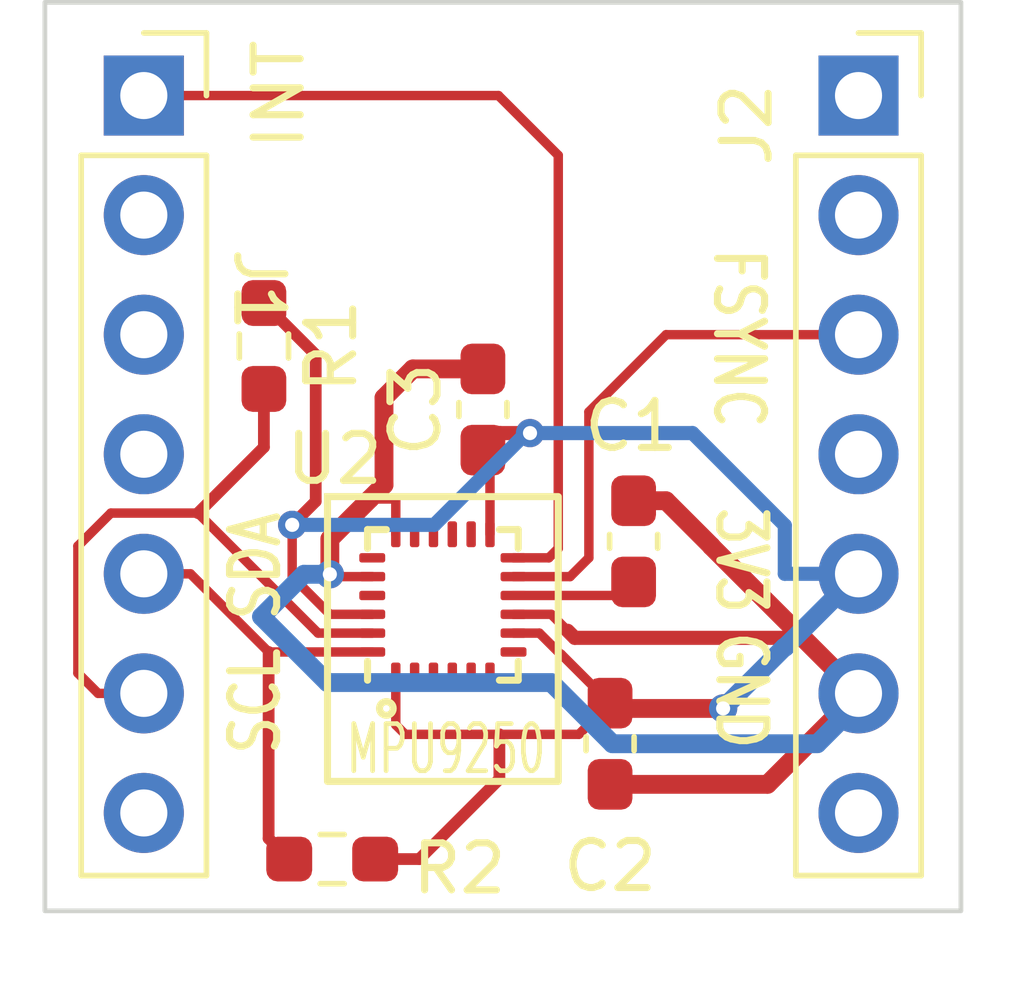
<source format=kicad_pcb>
(kicad_pcb (version 20221018) (generator pcbnew)
  (layers (0 "F.Cu" signal) (31 "B.Cu" signal) (34 "B.Paste" user) (35 "F.Paste" user) (36 "B.SilkS" user "B.Silkscreen") (37 "F.SilkS" user "F.Silkscreen") (38 "B.Mask" user) (39 "F.Mask" user) (44 "Edge.Cuts" user))
  (net 0 "")
  (net 1 "/FSYNC")
  (net 2 "/INT")
  (net 3 "/3V3")
  (net 5 "/SDA")
  (net 6 "/SCL")
  (net 7 "GND")
  (net 9 "Net-(U2-REGOUT)")
  (footprint "Connector_PinSocket_2.54mm:PinSocket_1x07_P2.54mm_Vertical" (layer "F.Cu") (at 143.075 60.13)
    (fp_text reference "J2" (at -2.375 0.62 90) (layer "F.SilkS"))
    (fp_text value "Pins8_14")
    (fp_line (start -1.33 1.27) (end -1.33 16.57) (stroke (width 0.12)) (layer "F.SilkS"))
    (fp_line (start -1.33 1.27) (end 1.33 1.27) (stroke (width 0.12)) (layer "F.SilkS"))
    (fp_line (start -1.33 16.57) (end 1.33 16.57) (stroke (width 0.12)) (layer "F.SilkS"))
    (fp_line (start 0 -1.33) (end 1.33 -1.33) (stroke (width 0.12)) (layer "F.SilkS"))
    (fp_line (start 1.33 -1.33) (end 1.33 0) (stroke (width 0.12)) (layer "F.SilkS"))
    (fp_line (start 1.33 1.27) (end 1.33 16.57) (stroke (width 0.12)) (layer "F.SilkS"))
    (pad "1" thru_hole rect (at 0 0) (size 1.7 1.7) (drill 1) (layers "*.Cu" "*.Mask"))
    (pad "2" thru_hole oval (at 0 2.54) (size 1.7 1.7) (drill 1) (layers "*.Cu" "*.Mask"))
    (pad "3" thru_hole oval (at 0 5.08) (size 1.7 1.7) (drill 1) (layers "*.Cu" "*.Mask") (net 1 "/FSYNC"))
    (pad "4" thru_hole oval (at 0 7.62) (size 1.7 1.7) (drill 1) (layers "*.Cu" "*.Mask"))
    (pad "5" thru_hole oval (at 0 10.16) (size 1.7 1.7) (drill 1) (layers "*.Cu" "*.Mask") (net 3 "/3V3"))
    (pad "6" thru_hole oval (at 0 12.7) (size 1.7 1.7) (drill 1) (layers "*.Cu" "*.Mask") (net 7 "GND"))
    (pad "7" thru_hole oval (at 0 15.24) (size 1.7 1.7) (drill 1) (layers "*.Cu" "*.Mask"))
  )
  (footprint "Capacitor_SMD:C_0603_1608Metric_Pad1.08x0.95mm_HandSolder" (layer "F.Cu") (at 137.8 73.9 -90)
    (fp_text reference "C2" (at 2.6 0 -180) (layer "F.SilkS"))
    (fp_text value "10nF")
    (fp_line (start -0.146267 -0.51) (end 0.146267 -0.51) (stroke (width 0.12)) (layer "F.SilkS"))
    (fp_line (start -0.146267 0.51) (end 0.146267 0.51) (stroke (width 0.12)) (layer "F.SilkS"))
    (pad "1" smd roundrect (at -0.8625 0 270) (size 1.075 0.95) (layers "F.Cu" "F.Paste" "F.Mask") (net 3 "/3V3"))
    (pad "2" smd roundrect (at 0.8625 0 270) (size 1.075 0.95) (layers "F.Cu" "F.Paste" "F.Mask") (net 7 "GND"))
  )
  (footprint "Sensor_Motion:InvenSense_QFN-24_3x3mm_P0.4mm" (layer "F.Cu") (at 134.25 70.95 90)
    (fp_text reference "U2" (at 3.1 -2.3 180) (layer "F.SilkS"))
    (fp_text value "MPU-9250")
    (fp_line (start -1.6 -1.6) (end -1.2 -1.6) (stroke (width 0.15)) (layer "F.SilkS"))
    (fp_line (start -1.6 1.6) (end -1.6 1.2) (stroke (width 0.15)) (layer "F.SilkS"))
    (fp_line (start -1.6 1.6) (end -1.2 1.6) (stroke (width 0.15)) (layer "F.SilkS"))
    (fp_line (start 1.6 -1.6) (end 1.2 -1.6) (stroke (width 0.15)) (layer "F.SilkS"))
    (fp_line (start 1.6 -1.6) (end 1.6 -1.2) (stroke (width 0.15)) (layer "F.SilkS"))
    (fp_line (start 1.6 1.6) (end 1.2 1.6) (stroke (width 0.15)) (layer "F.SilkS"))
    (fp_line (start 1.6 1.6) (end 1.6 1.2) (stroke (width 0.15)) (layer "F.SilkS"))
    (pad "1" smd roundrect (at -1.5 -1 90) (size 0.55 0.2) (layers "F.Cu" "F.Paste" "F.Mask") (net 3 "/3V3"))
    (pad "2" smd roundrect (at -1.5 -0.6 90) (size 0.55 0.2) (layers "F.Cu" "F.Paste" "F.Mask"))
    (pad "3" smd roundrect (at -1.5 -0.2 90) (size 0.55 0.2) (layers "F.Cu" "F.Paste" "F.Mask"))
    (pad "4" smd roundrect (at -1.5 0.2 90) (size 0.55 0.2) (layers "F.Cu" "F.Paste" "F.Mask"))
    (pad "5" smd roundrect (at -1.5 0.6 90) (size 0.55 0.2) (layers "F.Cu" "F.Paste" "F.Mask"))
    (pad "6" smd roundrect (at -1.5 1 90) (size 0.55 0.2) (layers "F.Cu" "F.Paste" "F.Mask"))
    (pad "7" smd roundrect (at -1 1.5 180) (size 0.55 0.2) (layers "F.Cu" "F.Paste" "F.Mask"))
    (pad "8" smd roundrect (at -0.6 1.5 180) (size 0.55 0.2) (layers "F.Cu" "F.Paste" "F.Mask") (net 3 "/3V3"))
    (pad "9" smd roundrect (at -0.2 1.5 180) (size 0.55 0.2) (layers "F.Cu" "F.Paste" "F.Mask") (net 7 "GND"))
    (pad "10" smd roundrect (at 0.2 1.5 180) (size 0.55 0.2) (layers "F.Cu" "F.Paste" "F.Mask") (net 9 "Net-(U2-REGOUT)"))
    (pad "11" smd roundrect (at 0.6 1.5 180) (size 0.55 0.2) (layers "F.Cu" "F.Paste" "F.Mask") (net 1 "/FSYNC"))
    (pad "12" smd roundrect (at 1 1.5 180) (size 0.55 0.2) (layers "F.Cu" "F.Paste" "F.Mask") (net 2 "/INT"))
    (pad "13" smd roundrect (at 1.5 1 90) (size 0.55 0.2) (layers "F.Cu" "F.Paste" "F.Mask") (net 3 "/3V3"))
    (pad "14" smd roundrect (at 1.5 0.6 90) (size 0.55 0.2) (layers "F.Cu" "F.Paste" "F.Mask"))
    (pad "15" smd roundrect (at 1.5 0.2 90) (size 0.55 0.2) (layers "F.Cu" "F.Paste" "F.Mask"))
    (pad "16" smd roundrect (at 1.5 -0.2 90) (size 0.55 0.2) (layers "F.Cu" "F.Paste" "F.Mask"))
    (pad "17" smd roundrect (at 1.5 -0.6 90) (size 0.55 0.2) (layers "F.Cu" "F.Paste" "F.Mask"))
    (pad "18" smd roundrect (at 1.5 -1 90) (size 0.55 0.2) (layers "F.Cu" "F.Paste" "F.Mask") (net 7 "GND"))
    (pad "19" smd roundrect (at 1 -1.5 180) (size 0.55 0.2) (layers "F.Cu" "F.Paste" "F.Mask"))
    (pad "20" smd roundrect (at 0.6 -1.5 180) (size 0.55 0.2) (layers "F.Cu" "F.Paste" "F.Mask") (net 7 "GND"))
    (pad "21" smd roundrect (at 0.2 -1.5 180) (size 0.55 0.2) (layers "F.Cu" "F.Paste" "F.Mask"))
    (pad "22" smd roundrect (at -0.2 -1.5 180) (size 0.55 0.2) (layers "F.Cu" "F.Paste" "F.Mask") (net 3 "/3V3"))
    (pad "23" smd roundrect (at -0.6 -1.5 180) (size 0.55 0.2) (layers "F.Cu" "F.Paste" "F.Mask") (net 6 "/SCL"))
    (pad "24" smd roundrect (at -1 -1.5 180) (size 0.55 0.2) (layers "F.Cu" "F.Paste" "F.Mask") (net 5 "/SDA"))
  )
  (footprint "Capacitor_SMD:C_0603_1608Metric_Pad1.08x0.95mm_HandSolder" (layer "F.Cu") (at 135.1 66.8 90)
    (fp_text reference "C3" (at 0 -1.43 90) (layer "F.SilkS"))
    (fp_text value "0.1uF")
    (fp_line (start -0.146267 -0.51) (end 0.146267 -0.51) (stroke (width 0.12)) (layer "F.SilkS"))
    (fp_line (start -0.146267 0.51) (end 0.146267 0.51) (stroke (width 0.12)) (layer "F.SilkS"))
    (pad "1" smd roundrect (at -0.8625 0 90) (size 1.075 0.95) (layers "F.Cu" "F.Paste" "F.Mask") (net 3 "/3V3"))
    (pad "2" smd roundrect (at 0.8625 0 90) (size 1.075 0.95) (layers "F.Cu" "F.Paste" "F.Mask") (net 7 "GND"))
  )
  (footprint "Resistor_SMD:R_0603_1608Metric_Pad0.98x0.95mm_HandSolder" (layer "F.Cu") (at 130.45 65.45 -90)
    (fp_text reference "R1" (at 0 -1.43 90) (layer "F.SilkS"))
    (fp_text value "4K7")
    (fp_line (start -0.254724 -0.5225) (end 0.254724 -0.5225) (stroke (width 0.12)) (layer "F.SilkS"))
    (fp_line (start -0.254724 0.5225) (end 0.254724 0.5225) (stroke (width 0.12)) (layer "F.SilkS"))
    (pad "1" smd roundrect (at -0.9125 0 270) (size 0.975 0.95) (layers "F.Cu" "F.Paste" "F.Mask") (net 3 "/3V3"))
    (pad "2" smd roundrect (at 0.9125 0 270) (size 0.975 0.95) (layers "F.Cu" "F.Paste" "F.Mask") (net 6 "/SCL"))
  )
  (footprint "Connector_PinSocket_2.54mm:PinSocket_1x07_P2.54mm_Vertical" (layer "F.Cu") (at 127.9 60.13)
    (fp_text reference "J1" (at 2.45 4.12 270 unlocked) (layer "F.SilkS"))
    (fp_text value "Pins1_7")
    (fp_line (start -1.33 1.27) (end -1.33 16.57) (stroke (width 0.12)) (layer "F.SilkS"))
    (fp_line (start -1.33 1.27) (end 1.33 1.27) (stroke (width 0.12)) (layer "F.SilkS"))
    (fp_line (start -1.33 16.57) (end 1.33 16.57) (stroke (width 0.12)) (layer "F.SilkS"))
    (fp_line (start 0 -1.33) (end 1.33 -1.33) (stroke (width 0.12)) (layer "F.SilkS"))
    (fp_line (start 1.33 -1.33) (end 1.33 0) (stroke (width 0.12)) (layer "F.SilkS"))
    (fp_line (start 1.33 1.27) (end 1.33 16.57) (stroke (width 0.12)) (layer "F.SilkS"))
    (pad "1" thru_hole rect (at 0 0) (size 1.7 1.7) (drill 1) (layers "*.Cu" "*.Mask") (net 2 "/INT"))
    (pad "2" thru_hole oval (at 0 2.54) (size 1.7 1.7) (drill 1) (layers "*.Cu" "*.Mask"))
    (pad "3" thru_hole oval (at 0 5.08) (size 1.7 1.7) (drill 1) (layers "*.Cu" "*.Mask"))
    (pad "4" thru_hole oval (at 0 7.62) (size 1.7 1.7) (drill 1) (layers "*.Cu" "*.Mask"))
    (pad "5" thru_hole oval (at 0 10.16) (size 1.7 1.7) (drill 1) (layers "*.Cu" "*.Mask") (net 5 "/SDA"))
    (pad "6" thru_hole oval (at 0 12.7) (size 1.7 1.7) (drill 1) (layers "*.Cu" "*.Mask") (net 6 "/SCL"))
    (pad "7" thru_hole oval (at 0 15.24) (size 1.7 1.7) (drill 1) (layers "*.Cu" "*.Mask"))
  )
  (footprint "Resistor_SMD:R_0603_1608Metric_Pad0.98x0.95mm_HandSolder" (layer "F.Cu") (at 131.9 76.35 180)
    (fp_text reference "R2" (at -2.7 -0.2) (layer "F.SilkS"))
    (fp_text value "4K7")
    (fp_line (start -0.254724 -0.5225) (end 0.254724 -0.5225) (stroke (width 0.12)) (layer "F.SilkS"))
    (fp_line (start -0.254724 0.5225) (end 0.254724 0.5225) (stroke (width 0.12)) (layer "F.SilkS"))
    (pad "1" smd roundrect (at -0.9125 0 180) (size 0.975 0.95) (layers "F.Cu" "F.Paste" "F.Mask") (net 3 "/3V3"))
    (pad "2" smd roundrect (at 0.9125 0 180) (size 0.975 0.95) (layers "F.Cu" "F.Paste" "F.Mask") (net 5 "/SDA"))
  )
  (footprint "Capacitor_SMD:C_0603_1608Metric_Pad1.08x0.95mm_HandSolder" (layer "F.Cu") (at 138.3 69.6 90)
    (fp_text reference "C1" (at 2.45 -0.05 180) (layer "F.SilkS"))
    (fp_text value "0.1uF")
    (fp_line (start -0.146267 -0.51) (end 0.146267 -0.51) (stroke (width 0.12)) (layer "F.SilkS"))
    (fp_line (start -0.146267 0.51) (end 0.146267 0.51) (stroke (width 0.12)) (layer "F.SilkS"))
    (pad "1" smd roundrect (at -0.8625 0 90) (size 1.075 0.95) (layers "F.Cu" "F.Paste" "F.Mask") (net 9 "Net-(U2-REGOUT)"))
    (pad "2" smd roundrect (at 0.8625 0 90) (size 1.075 0.95) (layers "F.Cu" "F.Paste" "F.Mask") (net 7 "GND"))
  )
  (gr_circle (center 133.05 73.15) (end 133.1 73.2) (stroke (width 0.15)) (fill none) (layer "F.SilkS"))
  (gr_rect (start 131.8 68.65) (end 136.7 74.7) (stroke (width 0.15)) (fill none) (layer "F.SilkS"))
  (gr_rect (start 125.8 58.15) (end 145.25 77.45) (stroke (width 0.1)) (fill none) (layer "Edge.Cuts"))
  (gr_text "FSYNC" (at 139.95 63.3 270) (layer "F.SilkS") (effects (font (size 1 0.8)) (justify left bottom)))
  (gr_text "SCL" (at 130.85 74.2 90) (layer "F.SilkS") (effects (font (size 1 0.8)) (justify left bottom)))
  (gr_text "GND" (at 140 71.45 270) (layer "F.SilkS") (effects (font (size 1 0.8)) (justify left bottom)))
  (gr_text "SDA" (at 130.85 71.35 90) (layer "F.SilkS") (effects (font (size 1 0.8)) (justify left bottom)))
  (gr_text "MPU9250" (at 132.15 74.6) (layer "F.SilkS") (effects (font (size 1 0.6) (thickness 0.1) bold) (justify left bottom)))
  (gr_text "3V3" (at 140 68.8 270) (layer "F.SilkS") (effects (font (size 1 0.8)) (justify left bottom)))
  (gr_text "INT" (at 131.35 61.35 90) (layer "F.SilkS") (effects (font (size 1 1)) (justify left bottom)))
  (segment (start 138.99 65.21) (end 143.075 65.21) (width 0.2) (layer "F.Cu") (net 1))
  (segment (start 137.35 69.95) (end 137.35 66.85) (width 0.2) (layer "F.Cu") (net 1))
  (segment (start 135.75 70.35) (end 136.95 70.35) (width 0.2) (layer "F.Cu") (net 1))
  (segment (start 137.35 66.85) (end 138.99 65.21) (width 0.2) (layer "F.Cu") (net 1))
  (segment (start 136.95 70.35) (end 137.35 69.95) (width 0.2) (layer "F.Cu") (net 1))
  (segment (start 135.43 60.13) (end 127.9 60.13) (width 0.2) (layer "F.Cu") (net 2))
  (segment (start 136.5 69.95) (end 136.7 69.75) (width 0.2) (layer "F.Cu") (net 2))
  (segment (start 136.7 61.4) (end 135.43 60.13) (width 0.2) (layer "F.Cu") (net 2))
  (segment (start 135.75 69.95) (end 136.5 69.95) (width 0.2) (layer "F.Cu") (net 2))
  (segment (start 136.7 69.75) (end 136.7 61.4) (width 0.2) (layer "F.Cu") (net 2))
  (segment (start 130.45 64.5375) (end 131.55 65.6375) (width 0.25) (layer "F.Cu") (net 3))
  (segment (start 137.9125 73.15) (end 137.8 73.0375) (width 0.4) (layer "F.Cu") (net 3))
  (segment (start 140.2 73.15) (end 137.9125 73.15) (width 0.4) (layer "F.Cu") (net 3))
  (segment (start 137.8 73.0375) (end 137.1375 73.7) (width 0.2) (layer "F.Cu") (net 3))
  (segment (start 132.8125 76.35) (end 133.75 76.35) (width 0.25) (layer "F.Cu") (net 3))
  (segment (start 136.3 71.55) (end 136.75 72) (width 0.2) (layer "F.Cu") (net 3))
  (segment (start 136.7625 72) (end 137.8 73.0375) (width 0.2) (layer "F.Cu") (net 3))
  (segment (start 135.75 71.55) (end 136.3 71.55) (width 0.2) (layer "F.Cu") (net 3))
  (segment (start 133.25 73.5) (end 133.25 72.45) (width 0.2) (layer "F.Cu") (net 3))
  (segment (start 137.1375 73.7) (end 135.45 73.7) (width 0.2) (layer "F.Cu") (net 3))
  (segment (start 135.45 73.7) (end 133.45 73.7) (width 0.2) (layer "F.Cu") (net 3))
  (segment (start 136.1 67.3) (end 135.4625 67.3) (width 0.3) (layer "F.Cu") (net 3))
  (segment (start 133.45 73.7) (end 133.25 73.5) (width 0.2) (layer "F.Cu") (net 3))
  (segment (start 135.4625 67.3) (end 135.1 67.6625) (width 0.3) (layer "F.Cu") (net 3))
  (segment (start 131.05 70.348529) (end 131.05 69.25) (width 0.2) (layer "F.Cu") (net 3))
  (segment (start 132.75 71.15) (end 131.851471 71.15) (width 0.2) (layer "F.Cu") (net 3))
  (segment (start 135.1 67.6625) (end 135.25 67.8125) (width 0.2) (layer "F.Cu") (net 3))
  (segment (start 131.55 65.6375) (end 131.55 68.75) (width 0.25) (layer "F.Cu") (net 3))
  (segment (start 131.851471 71.15) (end 131.05 70.348529) (width 0.2) (layer "F.Cu") (net 3))
  (segment (start 136.75 72) (end 136.7625 72) (width 0.2) (layer "F.Cu") (net 3))
  (segment (start 135.45 74.65) (end 135.45 73.7) (width 0.25) (layer "F.Cu") (net 3))
  (segment (start 135.25 67.8125) (end 135.25 69.45) (width 0.2) (layer "F.Cu") (net 3))
  (segment (start 133.75 76.35) (end 135.45 74.65) (width 0.25) (layer "F.Cu") (net 3))
  (segment (start 131.55 68.75) (end 131.05 69.25) (width 0.25) (layer "F.Cu") (net 3))
  (via (at 140.2 73.15) (size 0.6) (drill 0.3) (layers "F.Cu" "B.Cu") (net 3))
  (via (at 136.1 67.3) (size 0.6) (drill 0.3) (layers "F.Cu" "B.Cu") (net 3))
  (via (at 131.05 69.25) (size 0.6) (drill 0.3) (layers "F.Cu" "B.Cu") (net 3))
  (segment (start 139.55 67.3) (end 141.51 69.26) (width 0.3) (layer "B.Cu") (net 3))
  (segment (start 136.1 67.3) (end 136.017868 67.3) (width 0.3) (layer "B.Cu") (net 3))
  (segment (start 141.51 69.26) (end 141.51 70.29) (width 0.3) (layer "B.Cu") (net 3))
  (segment (start 141.5 71.85) (end 141.515 71.85) (width 0.4) (layer "B.Cu") (net 3))
  (segment (start 134.067868 69.25) (end 131.05 69.25) (width 0.3) (layer "B.Cu") (net 3))
  (segment (start 140.2 73.15) (end 141.5 71.85) (width 0.4) (layer "B.Cu") (net 3))
  (segment (start 141.51 70.29) (end 143.075 70.29) (width 0.3) (layer "B.Cu") (net 3))
  (segment (start 141.515 71.85) (end 143.075 70.29) (width 0.4) (layer "B.Cu") (net 3))
  (segment (start 136.1 67.3) (end 139.55 67.3) (width 0.3) (layer "B.Cu") (net 3))
  (segment (start 136.017868 67.3) (end 134.067868 69.25) (width 0.3) (layer "B.Cu") (net 3))
  (segment (start 130.9875 76.35) (end 130.55 75.9125) (width 0.25) (layer "F.Cu") (net 5))
  (segment (start 128.89 70.29) (end 127.9 70.29) (width 0.2) (layer "F.Cu") (net 5))
  (segment (start 132.75 71.95) (end 130.55 71.95) (width 0.2) (layer "F.Cu") (net 5))
  (segment (start 130.55 71.95) (end 128.89 70.29) (width 0.2) (layer "F.Cu") (net 5))
  (segment (start 130.55 75.9125) (end 130.55 71.95) (width 0.25) (layer "F.Cu") (net 5))
  (segment (start 126.5 69.7) (end 127.2 69) (width 0.2) (layer "F.Cu") (net 6))
  (segment (start 130.45 67.6) (end 129.05 69) (width 0.25) (layer "F.Cu") (net 6))
  (segment (start 126.93 72.83) (end 126.5 72.4) (width 0.2) (layer "F.Cu") (net 6))
  (segment (start 126.5 72.4) (end 126.5 69.7) (width 0.2) (layer "F.Cu") (net 6))
  (segment (start 129.05 69) (end 131.6 71.55) (width 0.2) (layer "F.Cu") (net 6))
  (segment (start 131.6 71.55) (end 132.75 71.55) (width 0.2) (layer "F.Cu") (net 6))
  (segment (start 127.2 69) (end 129.05 69) (width 0.2) (layer "F.Cu") (net 6))
  (segment (start 130.45 66.3625) (end 130.45 67.6) (width 0.25) (layer "F.Cu") (net 6))
  (segment (start 127.9 72.83) (end 126.93 72.83) (width 0.2) (layer "F.Cu") (net 6))
  (segment (start 133.25 68.7) (end 133.25 69.45) (width 0.2) (layer "F.Cu") (net 7))
  (segment (start 138.9875 68.7375) (end 139.95 69.7) (width 0.4) (layer "F.Cu") (net 7))
  (segment (start 133 66.55) (end 133 68.4) (width 0.4) (layer "F.Cu") (net 7))
  (segment (start 133.6125 65.9375) (end 133 66.55) (width 0.4) (layer "F.Cu") (net 7))
  (segment (start 135.1 65.9375) (end 133.6125 65.9375) (width 0.4) (layer "F.Cu") (net 7))
  (segment (start 141.1425 74.7625) (end 137.8 74.7625) (width 0.4) (layer "F.Cu") (net 7))
  (segment (start 136.9 71.5) (end 136.55 71.15) (width 0.2) (layer "F.Cu") (net 7))
  (segment (start 139.95 69.705) (end 143.075 72.83) (width 0.4) (layer "F.Cu") (net 7))
  (segment (start 131.85 70.3) (end 131.85 69.55) (width 0.4) (layer "F.Cu") (net 7))
  (segment (start 136.55 71.15) (end 135.75 71.15) (width 0.2) (layer "F.Cu") (net 7))
  (segment (start 131.9 70.35) (end 132.75 70.35) (width 0.2) (layer "F.Cu") (net 7))
  (segment (start 139.95 69.7) (end 139.95 69.705) (width 0.4) (layer "F.Cu") (net 7))
  (segment (start 133 68.4) (end 132.7 68.7) (width 0.4) (layer "F.Cu") (net 7))
  (segment (start 131.85 69.55) (end 132.7 68.7) (width 0.4) (layer "F.Cu") (net 7))
  (segment (start 137.05 71.65) (end 141.85 71.65) (width 0.3) (layer "F.Cu") (net 7))
  (segment (start 141.85 71.65) (end 141.8725 71.6275) (width 0.3) (layer "F.Cu") (net 7))
  (segment (start 143.075 72.83) (end 141.1425 74.7625) (width 0.4) (layer "F.Cu") (net 7))
  (segment (start 136.9 71.5) (end 137.05 71.65) (width 0.3) (layer "F.Cu") (net 7))
  (segment (start 131.85 70.3) (end 131.9 70.35) (width 0.2) (layer "F.Cu") (net 7))
  (segment (start 133.25 68.7) (end 132.7 68.7) (width 0.2) (layer "F.Cu") (net 7))
  (segment (start 138.3 68.7375) (end 138.9875 68.7375) (width 0.4) (layer "F.Cu") (net 7))
  (via (at 131.85 70.3) (size 0.6) (drill 0.3) (layers "F.Cu" "B.Cu") (net 7))
  (segment (start 143.075 72.83) (end 143.075 73.025) (width 0.4) (layer "B.Cu") (net 7))
  (segment (start 130.4 71.2) (end 131.3 70.3) (width 0.4) (layer "B.Cu") (net 7))
  (segment (start 142.2 73.9) (end 137.85 73.9) (width 0.4) (layer "B.Cu") (net 7))
  (segment (start 136.55 72.6) (end 131.8 72.6) (width 0.4) (layer "B.Cu") (net 7))
  (segment (start 137.85 73.9) (end 136.55 72.6) (width 0.4) (layer "B.Cu") (net 7))
  (segment (start 131.8 72.6) (end 130.4 71.2) (width 0.4) (layer "B.Cu") (net 7))
  (segment (start 143.075 73.025) (end 142.2 73.9) (width 0.4) (layer "B.Cu") (net 7))
  (segment (start 131.3 70.3) (end 131.85 70.3) (width 0.4) (layer "B.Cu") (net 7))
  (segment (start 138.0125 70.75) (end 138.3 70.4625) (width 0.2) (layer "F.Cu") (net 9))
  (segment (start 135.75 70.75) (end 138.0125 70.75) (width 0.2) (layer "F.Cu") (net 9))
)
</source>
